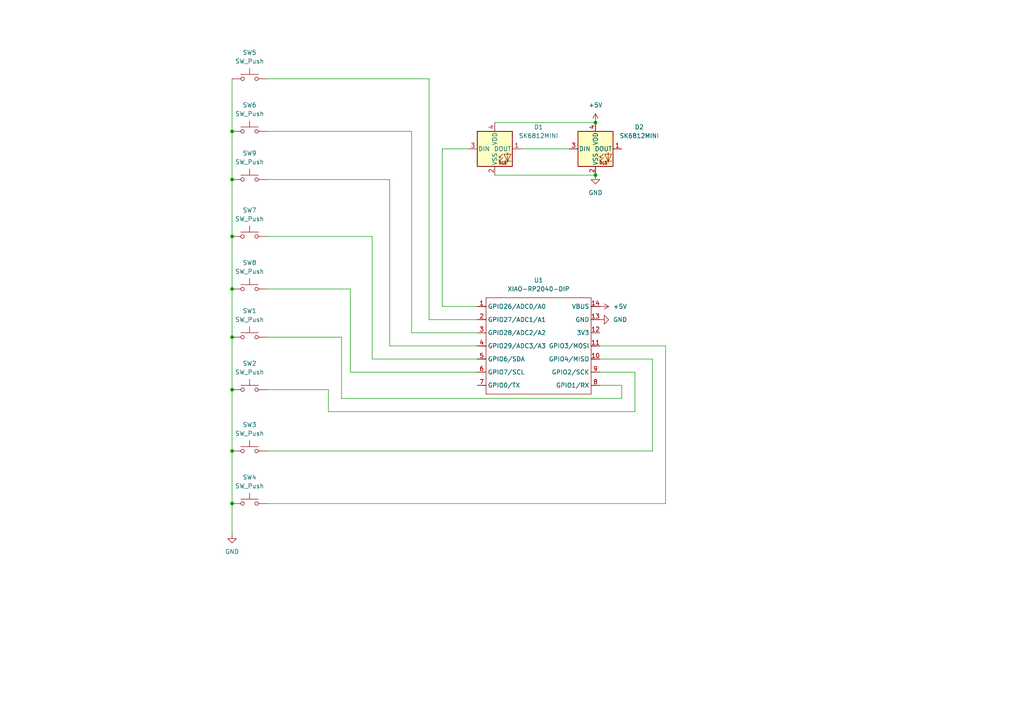
<source format=kicad_sch>
(kicad_sch (version 20231120) (generator "eeschema") (generator_version "8.0")
  (paper "A4")
  (lib_symbols
    (symbol "LED:SK6812MINI" (pin_names (offset 0.254))
      (property "Reference" "D" (at 5.08 5.715 0))
      (property "Value" "SK6812MINI" (at 1.27 -5.715 0))
      (symbol "SK6812MINI_0_0"
        (text "RGB" (at 2.286 -4.191 0) (effects (font (size 0.762 0.762))))
      )
      (symbol "SK6812MINI_0_1"
        (polyline (pts (xy 1.27 -3.556) (xy 1.778 -3.556)))
        (polyline (pts (xy 1.27 -2.54) (xy 1.778 -2.54)))
        (polyline (pts (xy 4.699 -3.556) (xy 2.667 -3.556)))
        (polyline (pts (xy 2.286 -2.54) (xy 1.27 -3.556) (xy 1.27 -3.048)))
        (polyline (pts (xy 2.286 -1.524) (xy 1.27 -2.54) (xy 1.27 -2.032)))
        (polyline (pts (xy 3.683 -1.016) (xy 3.683 -3.556) (xy 3.683 -4.064)))
        (polyline (pts (xy 4.699 -1.524) (xy 2.667 -1.524) (xy 3.683 -3.556) (xy 4.699 -1.524)))
        (rectangle (start 5.08 5.08) (end -5.08 -5.08) (stroke (width 0.254)) (fill (type background)))
      )
      (symbol "SK6812MINI_1_1"
        (pin output line (at 7.62 0 180) (length 2.54) (name "DOUT") (number "1"))
        (pin power_in line (at 0 -7.62 90) (length 2.54) (name "VSS") (number "2"))
        (pin input line (at -7.62 0 0) (length 2.54) (name "DIN") (number "3"))
        (pin power_in line (at 0 7.62 270) (length 2.54) (name "VDD") (number "4"))
      )
    )
    (symbol "Seeed_Studio_XIAO_Series:XIAO-RP2040-DIP"
      (property "Reference" "U" (at 0 0 0))
      (property "Value" "XIAO-RP2040-DIP" (at 5.334 -1.778 0))
      (symbol "XIAO-RP2040-DIP_1_0"
        (polyline (pts (xy -1.27 -30.48) (xy -1.27 -16.51)) (stroke (width 0.1524)))
        (polyline (pts (xy -1.27 -27.94) (xy -2.54 -27.94)) (stroke (width 0.1524)))
        (polyline (pts (xy -1.27 -24.13) (xy -2.54 -24.13)) (stroke (width 0.1524)))
        (polyline (pts (xy -1.27 -20.32) (xy -2.54 -20.32)) (stroke (width 0.1524)))
        (polyline (pts (xy -1.27 -16.51) (xy -2.54 -16.51)) (stroke (width 0.1524)))
        (polyline (pts (xy -1.27 -16.51) (xy -1.27 -12.7)) (stroke (width 0.1524)))
        (polyline (pts (xy -1.27 -12.7) (xy -2.54 -12.7)) (stroke (width 0.1524)))
        (polyline (pts (xy -1.27 -12.7) (xy -1.27 -8.89)) (stroke (width 0.1524)))
        (polyline (pts (xy -1.27 -8.89) (xy -2.54 -8.89)) (stroke (width 0.1524)))
        (polyline (pts (xy -1.27 -8.89) (xy -1.27 -5.08)) (stroke (width 0.1524)))
        (polyline (pts (xy -1.27 -5.08) (xy -2.54 -5.08)) (stroke (width 0.1524)))
        (polyline (pts (xy -1.27 -5.08) (xy -1.27 -2.54)) (stroke (width 0.1524)))
        (polyline (pts (xy -1.27 -2.54) (xy 29.21 -2.54)) (stroke (width 0.1524)))
        (polyline (pts (xy 29.21 -30.48) (xy -1.27 -30.48)) (stroke (width 0.1524)))
        (polyline (pts (xy 29.21 -12.7) (xy 29.21 -30.48)) (stroke (width 0.1524)))
        (polyline (pts (xy 29.21 -8.89) (xy 29.21 -12.7)) (stroke (width 0.1524)))
        (polyline (pts (xy 29.21 -5.08) (xy 29.21 -8.89)) (stroke (width 0.1524)))
        (polyline (pts (xy 29.21 -2.54) (xy 29.21 -5.08)) (stroke (width 0.1524)))
        (polyline (pts (xy 30.48 -27.94) (xy 29.21 -27.94)) (stroke (width 0.1524)))
        (polyline (pts (xy 30.48 -24.13) (xy 29.21 -24.13)) (stroke (width 0.1524)))
        (polyline (pts (xy 30.48 -20.32) (xy 29.21 -20.32)) (stroke (width 0.1524)))
        (polyline (pts (xy 30.48 -16.51) (xy 29.21 -16.51)) (stroke (width 0.1524)))
        (polyline (pts (xy 30.48 -12.7) (xy 29.21 -12.7)) (stroke (width 0.1524)))
        (polyline (pts (xy 30.48 -8.89) (xy 29.21 -8.89)) (stroke (width 0.1524)))
        (polyline (pts (xy 30.48 -5.08) (xy 29.21 -5.08)) (stroke (width 0.1524)))
        (pin passive line (at -3.81 -5.08 0) (length 2.54) (name "GPIO26/ADC0/A0") (number "1"))
        (pin passive line (at 31.75 -20.32 180) (length 2.54) (name "GPIO4/MISO") (number "10"))
        (pin passive line (at 31.75 -16.51 180) (length 2.54) (name "GPIO3/MOSI") (number "11"))
        (pin passive line (at 31.75 -12.7 180) (length 2.54) (name "3V3") (number "12"))
        (pin passive line (at 31.75 -8.89 180) (length 2.54) (name "GND") (number "13"))
        (pin passive line (at 31.75 -5.08 180) (length 2.54) (name "VBUS") (number "14"))
        (pin passive line (at -3.81 -8.89 0) (length 2.54) (name "GPIO27/ADC1/A1") (number "2"))
        (pin passive line (at -3.81 -12.7 0) (length 2.54) (name "GPIO28/ADC2/A2") (number "3"))
        (pin passive line (at -3.81 -16.51 0) (length 2.54) (name "GPIO29/ADC3/A3") (number "4"))
        (pin passive line (at -3.81 -20.32 0) (length 2.54) (name "GPIO6/SDA") (number "5"))
        (pin passive line (at -3.81 -24.13 0) (length 2.54) (name "GPIO7/SCL") (number "6"))
        (pin passive line (at -3.81 -27.94 0) (length 2.54) (name "GPIO0/TX") (number "7"))
        (pin passive line (at 31.75 -27.94 180) (length 2.54) (name "GPIO1/RX") (number "8"))
        (pin passive line (at 31.75 -24.13 180) (length 2.54) (name "GPIO2/SCK") (number "9"))
      )
    )
    (symbol "Switch:SW_Push" (pin_numbers hide) (pin_names (offset 1.016) hide)
      (property "Reference" "SW" (at 1.27 2.54 0))
      (property "Value" "SW_Push" (at 0 -1.524 0))
      (symbol "SW_Push_0_1"
        (circle (center -2.032 0) (radius 0.508))
        (polyline (pts (xy 0 1.27) (xy 0 3.048)))
        (polyline (pts (xy 2.54 1.27) (xy -2.54 1.27)))
        (circle (center 2.032 0) (radius 0.508))
        (pin passive line (at -5.08 0 0) (length 2.54) (name "1") (number "1"))
        (pin passive line (at 5.08 0 180) (length 2.54) (name "2") (number "2"))
      )
    )
    (symbol "power:+5V" (power) (pin_numbers hide) (pin_names (offset 0) hide)
      (property "Value" "+5V" (at 0 3.556 0))
      (symbol "+5V_0_1"
        (polyline (pts (xy -0.762 1.27) (xy 0 2.54)))
        (polyline (pts (xy 0 0) (xy 0 2.54)))
        (polyline (pts (xy 0 2.54) (xy 0.762 1.27)))
      )
      (symbol "+5V_1_1"
        (pin power_in line (at 0 0 90) (length 0) (name "~") (number "1"))
      )
    )
    (symbol "power:GND" (power) (pin_numbers hide) (pin_names (offset 0) hide)
      (property "Value" "GND" (at 0 -3.81 0))
      (symbol "GND_0_1"
        (polyline (pts (xy 0 0) (xy 0 -1.27) (xy 1.27 -1.27) (xy 0 -2.54) (xy -1.27 -1.27) (xy 0 -1.27)))
      )
      (symbol "GND_1_1"
        (pin power_in line (at 0 0 270) (length 0) (name "~") (number "1"))
      )
    )
  )
  (junction (at 67.31 97.79))
  (junction (at 172.72 35.56))
  (junction (at 67.31 113.03))
  (junction (at 67.31 83.82))
  (junction (at 67.31 52.07))
  (junction (at 67.31 68.58))
  (junction (at 172.72 50.8))
  (junction (at 67.31 130.81))
  (junction (at 67.31 146.05))
  (junction (at 67.31 38.1))
  (wire (pts (xy 95.25 113.03) (xy 77.47 113.03)))
  (wire (pts (xy 138.43 100.33) (xy 113.03 100.33)))
  (wire (pts (xy 67.31 97.79) (xy 67.31 113.03)))
  (wire (pts (xy 143.51 35.56) (xy 172.72 35.56)))
  (wire (pts (xy 173.99 104.14) (xy 189.23 104.14)))
  (wire (pts (xy 113.03 52.07) (xy 77.47 52.07)))
  (wire (pts (xy 119.38 38.1) (xy 77.47 38.1)))
  (wire (pts (xy 113.03 100.33) (xy 113.03 52.07)))
  (wire (pts (xy 128.27 43.18) (xy 135.89 43.18)))
  (wire (pts (xy 189.23 130.81) (xy 77.47 130.81)))
  (wire (pts (xy 128.27 88.9) (xy 128.27 43.18)))
  (wire (pts (xy 138.43 107.95) (xy 101.6 107.95)))
  (wire (pts (xy 173.99 111.76) (xy 180.34 111.76)))
  (wire (pts (xy 138.43 92.71) (xy 124.46 92.71)))
  (wire (pts (xy 180.34 115.57) (xy 99.06 115.57)))
  (wire (pts (xy 173.99 107.95) (xy 184.15 107.95)))
  (wire (pts (xy 99.06 97.79) (xy 77.47 97.79)))
  (wire (pts (xy 67.31 113.03) (xy 67.31 130.81)))
  (wire (pts (xy 67.31 52.07) (xy 67.31 68.58)))
  (wire (pts (xy 124.46 92.71) (xy 124.46 22.86)))
  (wire (pts (xy 189.23 104.14) (xy 189.23 130.81)))
  (wire (pts (xy 107.95 104.14) (xy 107.95 68.58)))
  (wire (pts (xy 124.46 22.86) (xy 77.47 22.86)))
  (wire (pts (xy 119.38 96.52) (xy 119.38 38.1)))
  (wire (pts (xy 151.13 43.18) (xy 165.1 43.18)))
  (wire (pts (xy 184.15 119.38) (xy 95.25 119.38)))
  (wire (pts (xy 193.04 100.33) (xy 193.04 146.05)))
  (wire (pts (xy 193.04 146.05) (xy 77.47 146.05)))
  (wire (pts (xy 173.99 100.33) (xy 193.04 100.33)))
  (wire (pts (xy 107.95 68.58) (xy 77.47 68.58)))
  (wire (pts (xy 101.6 83.82) (xy 77.47 83.82)))
  (wire (pts (xy 67.31 68.58) (xy 67.31 83.82)))
  (wire (pts (xy 95.25 119.38) (xy 95.25 113.03)))
  (wire (pts (xy 143.51 50.8) (xy 172.72 50.8)))
  (wire (pts (xy 184.15 107.95) (xy 184.15 119.38)))
  (wire (pts (xy 138.43 104.14) (xy 107.95 104.14)))
  (wire (pts (xy 99.06 115.57) (xy 99.06 97.79)))
  (wire (pts (xy 67.31 83.82) (xy 67.31 97.79)))
  (wire (pts (xy 67.31 38.1) (xy 67.31 52.07)))
  (wire (pts (xy 67.31 146.05) (xy 67.31 154.94)))
  (wire (pts (xy 180.34 111.76) (xy 180.34 115.57)))
  (wire (pts (xy 128.27 88.9) (xy 138.43 88.9)))
  (wire (pts (xy 101.6 107.95) (xy 101.6 83.82)))
  (wire (pts (xy 67.31 130.81) (xy 67.31 146.05)))
  (wire (pts (xy 67.31 22.86) (xy 67.31 38.1)))
  (wire (pts (xy 138.43 96.52) (xy 119.38 96.52)))
  (symbol (lib_id "Switch:SW_Push") (at 72.39 52.07 0) (unit 1)
    (property "Reference" "SW9" (at 72.39 44.45 0))
    (property "Value" "SW_Push" (at 72.39 46.99 0))
    (property "Footprint" "Button_Switch_Keyboard:SW_Cherry_MX_1.00u_PCB" (effects (hide yes)))
    (property "Description" "Push button switch, generic, two pins" (effects (hide yes)))
  )
  (symbol (lib_id "Switch:SW_Push") (at 72.39 130.81 0) (unit 1)
    (property "Reference" "SW3" (at 72.39 123.19 0))
    (property "Value" "SW_Push" (at 72.39 125.73 0))
    (property "Footprint" "Button_Switch_Keyboard:SW_Cherry_MX_1.00u_PCB" (effects (hide yes)))
    (property "Description" "Push button switch, generic, two pins" (effects (hide yes)))
  )
  (symbol (lib_id "Switch:SW_Push") (at 72.39 83.82 0) (unit 1)
    (property "Reference" "SW8" (at 72.39 76.2 0))
    (property "Value" "SW_Push" (at 72.39 78.74 0))
    (property "Footprint" "Button_Switch_Keyboard:SW_Cherry_MX_1.00u_PCB" (effects (hide yes)))
    (property "Description" "Push button switch, generic, two pins" (effects (hide yes)))
  )
  (symbol (lib_id "Switch:SW_Push") (at 72.39 113.03 0) (unit 1)
    (property "Reference" "SW2" (at 72.39 105.41 0))
    (property "Value" "SW_Push" (at 72.39 107.95 0))
    (property "Footprint" "Button_Switch_Keyboard:SW_Cherry_MX_1.00u_PCB" (effects (hide yes)))
    (property "Description" "Push button switch, generic, two pins" (effects (hide yes)))
  )
  (symbol (lib_id "power:+5V") (at 172.72 35.56 0) (unit 1)
    (property "Reference" "#PWR04" (effects (hide yes)))
    (property "Value" "+5V" (at 172.72 30.48 0))
    (property "Description" "Power symbol creates a global label with name \"+5V\"" (effects (hide yes)))
  )
  (symbol (lib_id "power:+5V") (at 173.99 88.9 270) (unit 1)
    (property "Reference" "#PWR03" (effects (hide yes)))
    (property "Value" "+5V" (at 177.8 88.8999 90) (effects (justify left)))
    (property "Description" "Power symbol creates a global label with name \"+5V\"" (effects (hide yes)))
  )
  (symbol (lib_id "LED:SK6812MINI") (at 143.51 43.18 0) (unit 1)
    (property "Reference" "D1" (at 156.21 36.8614 0))
    (property "Value" "SK6812MINI" (at 156.21 39.4014 0))
    (property "Footprint" "LED_SMD:LED_SK6812MINI_PLCC4_3.5x3.5mm_P1.75mm" (effects (hide yes)))
    (property "Datasheet" "https://cdn-shop.adafruit.com/product-files/2686/SK6812MINI_REV.01-1-2.pdf" (effects (hide yes)))
    (property "Description" "RGB LED with integrated controller" (effects (hide yes)))
  )
  (symbol (lib_id "power:GND") (at 67.31 154.94 0) (unit 1)
    (property "Reference" "#PWR01" (effects (hide yes)))
    (property "Value" "GND" (at 67.31 160.02 0))
    (property "Description" "Power symbol creates a global label with name \"GND\" , ground" (effects (hide yes)))
  )
  (symbol (lib_id "LED:SK6812MINI") (at 172.72 43.18 0) (unit 1)
    (property "Reference" "D2" (at 185.42 36.8614 0))
    (property "Value" "SK6812MINI" (at 185.42 39.4014 0))
    (property "Footprint" "LED_SMD:LED_SK6812MINI_PLCC4_3.5x3.5mm_P1.75mm" (effects (hide yes)))
    (property "Datasheet" "https://cdn-shop.adafruit.com/product-files/2686/SK6812MINI_REV.01-1-2.pdf" (effects (hide yes)))
    (property "Description" "RGB LED with integrated controller" (effects (hide yes)))
  )
  (symbol (lib_id "power:GND") (at 173.99 92.71 90) (unit 1)
    (property "Reference" "#PWR02" (effects (hide yes)))
    (property "Value" "GND" (at 177.8 92.7099 90) (effects (justify right)))
    (property "Description" "Power symbol creates a global label with name \"GND\" , ground" (effects (hide yes)))
  )
  (symbol (lib_id "Switch:SW_Push") (at 72.39 68.58 0) (unit 1)
    (property "Reference" "SW7" (at 72.39 60.96 0))
    (property "Value" "SW_Push" (at 72.39 63.5 0))
    (property "Footprint" "Button_Switch_Keyboard:SW_Cherry_MX_1.00u_PCB" (effects (hide yes)))
    (property "Description" "Push button switch, generic, two pins" (effects (hide yes)))
  )
  (symbol (lib_id "Switch:SW_Push") (at 72.39 38.1 0) (unit 1)
    (property "Reference" "SW6" (at 72.39 30.48 0))
    (property "Value" "SW_Push" (at 72.39 33.02 0))
    (property "Footprint" "Button_Switch_Keyboard:SW_Cherry_MX_1.00u_PCB" (effects (hide yes)))
    (property "Description" "Push button switch, generic, two pins" (effects (hide yes)))
  )
  (symbol (lib_id "Switch:SW_Push") (at 72.39 22.86 0) (unit 1)
    (property "Reference" "SW5" (at 72.39 15.24 0))
    (property "Value" "SW_Push" (at 72.39 17.78 0))
    (property "Footprint" "Button_Switch_Keyboard:SW_Cherry_MX_1.00u_PCB" (effects (hide yes)))
    (property "Description" "Push button switch, generic, two pins" (effects (hide yes)))
  )
  (symbol (lib_id "Switch:SW_Push") (at 72.39 146.05 0) (unit 1)
    (property "Reference" "SW4" (at 72.39 138.43 0))
    (property "Value" "SW_Push" (at 72.39 140.97 0))
    (property "Footprint" "Button_Switch_Keyboard:SW_Cherry_MX_1.00u_PCB" (effects (hide yes)))
    (property "Description" "Push button switch, generic, two pins" (effects (hide yes)))
  )
  (symbol (lib_id "power:GND") (at 172.72 50.8 0) (unit 1)
    (property "Reference" "#PWR05" (effects (hide yes)))
    (property "Value" "GND" (at 172.72 55.88 0))
    (property "Description" "Power symbol creates a global label with name \"GND\" , ground" (effects (hide yes)))
  )
  (symbol (lib_id "Switch:SW_Push") (at 72.39 97.79 0) (unit 1)
    (property "Reference" "SW1" (at 72.39 90.17 0))
    (property "Value" "SW_Push" (at 72.39 92.71 0))
    (property "Footprint" "Button_Switch_Keyboard:SW_Cherry_MX_1.00u_PCB" (effects (hide yes)))
    (property "Description" "Push button switch, generic, two pins" (effects (hide yes)))
  )
  (symbol (lib_id "Seeed_Studio_XIAO_Series:XIAO-RP2040-DIP") (at 142.24 83.82 0) (unit 1)
    (property "Reference" "U1" (at 156.21 81.28 0))
    (property "Value" "XIAO-RP2040-DIP" (at 156.21 83.82 0))
    (property "Footprint" "Seeed Studio XIAO Series Library:XIAO-RP2040-DIP" (effects (hide yes)))
  )
)
</source>
